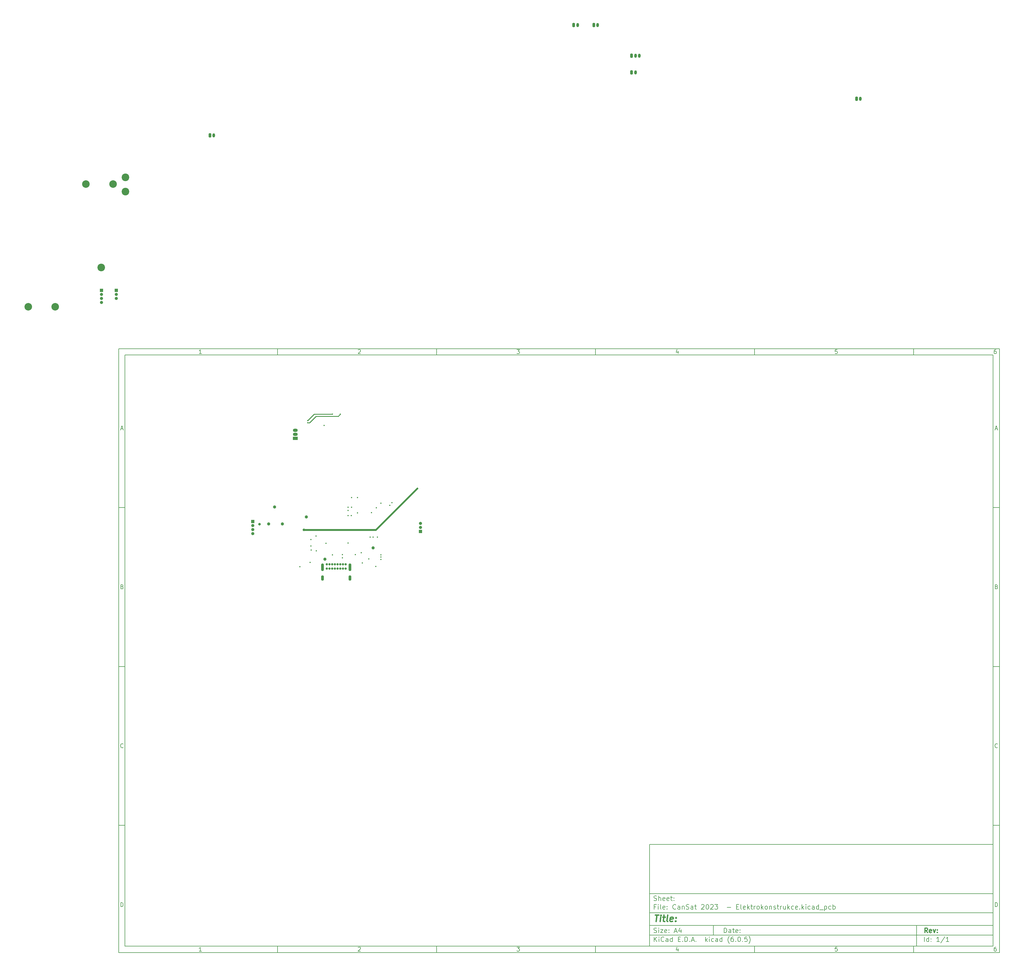
<source format=gbr>
%TF.GenerationSoftware,KiCad,Pcbnew,(6.0.5)*%
%TF.CreationDate,2022-11-07T11:26:13+01:00*%
%TF.ProjectId,CanSat 2023  - Elektrokonstrukce,43616e53-6174-4203-9230-323320202d20,rev?*%
%TF.SameCoordinates,Original*%
%TF.FileFunction,Copper,L2,Inr*%
%TF.FilePolarity,Positive*%
%FSLAX46Y46*%
G04 Gerber Fmt 4.6, Leading zero omitted, Abs format (unit mm)*
G04 Created by KiCad (PCBNEW (6.0.5)) date 2022-11-07 11:26:13*
%MOMM*%
%LPD*%
G01*
G04 APERTURE LIST*
G04 Aperture macros list*
%AMRoundRect*
0 Rectangle with rounded corners*
0 $1 Rounding radius*
0 $2 $3 $4 $5 $6 $7 $8 $9 X,Y pos of 4 corners*
0 Add a 4 corners polygon primitive as box body*
4,1,4,$2,$3,$4,$5,$6,$7,$8,$9,$2,$3,0*
0 Add four circle primitives for the rounded corners*
1,1,$1+$1,$2,$3*
1,1,$1+$1,$4,$5*
1,1,$1+$1,$6,$7*
1,1,$1+$1,$8,$9*
0 Add four rect primitives between the rounded corners*
20,1,$1+$1,$2,$3,$4,$5,0*
20,1,$1+$1,$4,$5,$6,$7,0*
20,1,$1+$1,$6,$7,$8,$9,0*
20,1,$1+$1,$8,$9,$2,$3,0*%
G04 Aperture macros list end*
%ADD10C,0.100000*%
%ADD11C,0.150000*%
%ADD12C,0.300000*%
%ADD13C,0.400000*%
%TA.AperFunction,ComponentPad*%
%ADD14R,1.000000X1.000000*%
%TD*%
%TA.AperFunction,ComponentPad*%
%ADD15O,1.000000X1.000000*%
%TD*%
%TA.AperFunction,ComponentPad*%
%ADD16RoundRect,0.200000X-0.200000X-0.450000X0.200000X-0.450000X0.200000X0.450000X-0.200000X0.450000X0*%
%TD*%
%TA.AperFunction,ComponentPad*%
%ADD17O,0.800000X1.300000*%
%TD*%
%TA.AperFunction,ComponentPad*%
%ADD18R,1.500000X1.050000*%
%TD*%
%TA.AperFunction,ComponentPad*%
%ADD19O,1.500000X1.050000*%
%TD*%
%TA.AperFunction,ComponentPad*%
%ADD20C,2.400000*%
%TD*%
%TA.AperFunction,ComponentPad*%
%ADD21C,2.380000*%
%TD*%
%TA.AperFunction,ComponentPad*%
%ADD22C,0.700000*%
%TD*%
%TA.AperFunction,ComponentPad*%
%ADD23O,0.900000X2.400000*%
%TD*%
%TA.AperFunction,ComponentPad*%
%ADD24O,0.900000X1.700000*%
%TD*%
%TA.AperFunction,ViaPad*%
%ADD25C,0.400000*%
%TD*%
%TA.AperFunction,ViaPad*%
%ADD26C,1.000000*%
%TD*%
%TA.AperFunction,ViaPad*%
%ADD27C,0.800000*%
%TD*%
%TA.AperFunction,Conductor*%
%ADD28C,0.600000*%
%TD*%
%TA.AperFunction,Conductor*%
%ADD29C,0.250000*%
%TD*%
G04 APERTURE END LIST*
D10*
D11*
X177002200Y-166007200D02*
X177002200Y-198007200D01*
X285002200Y-198007200D01*
X285002200Y-166007200D01*
X177002200Y-166007200D01*
D10*
D11*
X10000000Y-10000000D02*
X10000000Y-200007200D01*
X287002200Y-200007200D01*
X287002200Y-10000000D01*
X10000000Y-10000000D01*
D10*
D11*
X12000000Y-12000000D02*
X12000000Y-198007200D01*
X285002200Y-198007200D01*
X285002200Y-12000000D01*
X12000000Y-12000000D01*
D10*
D11*
X60000000Y-12000000D02*
X60000000Y-10000000D01*
D10*
D11*
X110000000Y-12000000D02*
X110000000Y-10000000D01*
D10*
D11*
X160000000Y-12000000D02*
X160000000Y-10000000D01*
D10*
D11*
X210000000Y-12000000D02*
X210000000Y-10000000D01*
D10*
D11*
X260000000Y-12000000D02*
X260000000Y-10000000D01*
D10*
D11*
X36065476Y-11588095D02*
X35322619Y-11588095D01*
X35694047Y-11588095D02*
X35694047Y-10288095D01*
X35570238Y-10473809D01*
X35446428Y-10597619D01*
X35322619Y-10659523D01*
D10*
D11*
X85322619Y-10411904D02*
X85384523Y-10350000D01*
X85508333Y-10288095D01*
X85817857Y-10288095D01*
X85941666Y-10350000D01*
X86003571Y-10411904D01*
X86065476Y-10535714D01*
X86065476Y-10659523D01*
X86003571Y-10845238D01*
X85260714Y-11588095D01*
X86065476Y-11588095D01*
D10*
D11*
X135260714Y-10288095D02*
X136065476Y-10288095D01*
X135632142Y-10783333D01*
X135817857Y-10783333D01*
X135941666Y-10845238D01*
X136003571Y-10907142D01*
X136065476Y-11030952D01*
X136065476Y-11340476D01*
X136003571Y-11464285D01*
X135941666Y-11526190D01*
X135817857Y-11588095D01*
X135446428Y-11588095D01*
X135322619Y-11526190D01*
X135260714Y-11464285D01*
D10*
D11*
X185941666Y-10721428D02*
X185941666Y-11588095D01*
X185632142Y-10226190D02*
X185322619Y-11154761D01*
X186127380Y-11154761D01*
D10*
D11*
X236003571Y-10288095D02*
X235384523Y-10288095D01*
X235322619Y-10907142D01*
X235384523Y-10845238D01*
X235508333Y-10783333D01*
X235817857Y-10783333D01*
X235941666Y-10845238D01*
X236003571Y-10907142D01*
X236065476Y-11030952D01*
X236065476Y-11340476D01*
X236003571Y-11464285D01*
X235941666Y-11526190D01*
X235817857Y-11588095D01*
X235508333Y-11588095D01*
X235384523Y-11526190D01*
X235322619Y-11464285D01*
D10*
D11*
X285941666Y-10288095D02*
X285694047Y-10288095D01*
X285570238Y-10350000D01*
X285508333Y-10411904D01*
X285384523Y-10597619D01*
X285322619Y-10845238D01*
X285322619Y-11340476D01*
X285384523Y-11464285D01*
X285446428Y-11526190D01*
X285570238Y-11588095D01*
X285817857Y-11588095D01*
X285941666Y-11526190D01*
X286003571Y-11464285D01*
X286065476Y-11340476D01*
X286065476Y-11030952D01*
X286003571Y-10907142D01*
X285941666Y-10845238D01*
X285817857Y-10783333D01*
X285570238Y-10783333D01*
X285446428Y-10845238D01*
X285384523Y-10907142D01*
X285322619Y-11030952D01*
D10*
D11*
X60000000Y-198007200D02*
X60000000Y-200007200D01*
D10*
D11*
X110000000Y-198007200D02*
X110000000Y-200007200D01*
D10*
D11*
X160000000Y-198007200D02*
X160000000Y-200007200D01*
D10*
D11*
X210000000Y-198007200D02*
X210000000Y-200007200D01*
D10*
D11*
X260000000Y-198007200D02*
X260000000Y-200007200D01*
D10*
D11*
X36065476Y-199595295D02*
X35322619Y-199595295D01*
X35694047Y-199595295D02*
X35694047Y-198295295D01*
X35570238Y-198481009D01*
X35446428Y-198604819D01*
X35322619Y-198666723D01*
D10*
D11*
X85322619Y-198419104D02*
X85384523Y-198357200D01*
X85508333Y-198295295D01*
X85817857Y-198295295D01*
X85941666Y-198357200D01*
X86003571Y-198419104D01*
X86065476Y-198542914D01*
X86065476Y-198666723D01*
X86003571Y-198852438D01*
X85260714Y-199595295D01*
X86065476Y-199595295D01*
D10*
D11*
X135260714Y-198295295D02*
X136065476Y-198295295D01*
X135632142Y-198790533D01*
X135817857Y-198790533D01*
X135941666Y-198852438D01*
X136003571Y-198914342D01*
X136065476Y-199038152D01*
X136065476Y-199347676D01*
X136003571Y-199471485D01*
X135941666Y-199533390D01*
X135817857Y-199595295D01*
X135446428Y-199595295D01*
X135322619Y-199533390D01*
X135260714Y-199471485D01*
D10*
D11*
X185941666Y-198728628D02*
X185941666Y-199595295D01*
X185632142Y-198233390D02*
X185322619Y-199161961D01*
X186127380Y-199161961D01*
D10*
D11*
X236003571Y-198295295D02*
X235384523Y-198295295D01*
X235322619Y-198914342D01*
X235384523Y-198852438D01*
X235508333Y-198790533D01*
X235817857Y-198790533D01*
X235941666Y-198852438D01*
X236003571Y-198914342D01*
X236065476Y-199038152D01*
X236065476Y-199347676D01*
X236003571Y-199471485D01*
X235941666Y-199533390D01*
X235817857Y-199595295D01*
X235508333Y-199595295D01*
X235384523Y-199533390D01*
X235322619Y-199471485D01*
D10*
D11*
X285941666Y-198295295D02*
X285694047Y-198295295D01*
X285570238Y-198357200D01*
X285508333Y-198419104D01*
X285384523Y-198604819D01*
X285322619Y-198852438D01*
X285322619Y-199347676D01*
X285384523Y-199471485D01*
X285446428Y-199533390D01*
X285570238Y-199595295D01*
X285817857Y-199595295D01*
X285941666Y-199533390D01*
X286003571Y-199471485D01*
X286065476Y-199347676D01*
X286065476Y-199038152D01*
X286003571Y-198914342D01*
X285941666Y-198852438D01*
X285817857Y-198790533D01*
X285570238Y-198790533D01*
X285446428Y-198852438D01*
X285384523Y-198914342D01*
X285322619Y-199038152D01*
D10*
D11*
X10000000Y-60000000D02*
X12000000Y-60000000D01*
D10*
D11*
X10000000Y-110000000D02*
X12000000Y-110000000D01*
D10*
D11*
X10000000Y-160000000D02*
X12000000Y-160000000D01*
D10*
D11*
X10690476Y-35216666D02*
X11309523Y-35216666D01*
X10566666Y-35588095D02*
X11000000Y-34288095D01*
X11433333Y-35588095D01*
D10*
D11*
X11092857Y-84907142D02*
X11278571Y-84969047D01*
X11340476Y-85030952D01*
X11402380Y-85154761D01*
X11402380Y-85340476D01*
X11340476Y-85464285D01*
X11278571Y-85526190D01*
X11154761Y-85588095D01*
X10659523Y-85588095D01*
X10659523Y-84288095D01*
X11092857Y-84288095D01*
X11216666Y-84350000D01*
X11278571Y-84411904D01*
X11340476Y-84535714D01*
X11340476Y-84659523D01*
X11278571Y-84783333D01*
X11216666Y-84845238D01*
X11092857Y-84907142D01*
X10659523Y-84907142D01*
D10*
D11*
X11402380Y-135464285D02*
X11340476Y-135526190D01*
X11154761Y-135588095D01*
X11030952Y-135588095D01*
X10845238Y-135526190D01*
X10721428Y-135402380D01*
X10659523Y-135278571D01*
X10597619Y-135030952D01*
X10597619Y-134845238D01*
X10659523Y-134597619D01*
X10721428Y-134473809D01*
X10845238Y-134350000D01*
X11030952Y-134288095D01*
X11154761Y-134288095D01*
X11340476Y-134350000D01*
X11402380Y-134411904D01*
D10*
D11*
X10659523Y-185588095D02*
X10659523Y-184288095D01*
X10969047Y-184288095D01*
X11154761Y-184350000D01*
X11278571Y-184473809D01*
X11340476Y-184597619D01*
X11402380Y-184845238D01*
X11402380Y-185030952D01*
X11340476Y-185278571D01*
X11278571Y-185402380D01*
X11154761Y-185526190D01*
X10969047Y-185588095D01*
X10659523Y-185588095D01*
D10*
D11*
X287002200Y-60000000D02*
X285002200Y-60000000D01*
D10*
D11*
X287002200Y-110000000D02*
X285002200Y-110000000D01*
D10*
D11*
X287002200Y-160000000D02*
X285002200Y-160000000D01*
D10*
D11*
X285692676Y-35216666D02*
X286311723Y-35216666D01*
X285568866Y-35588095D02*
X286002200Y-34288095D01*
X286435533Y-35588095D01*
D10*
D11*
X286095057Y-84907142D02*
X286280771Y-84969047D01*
X286342676Y-85030952D01*
X286404580Y-85154761D01*
X286404580Y-85340476D01*
X286342676Y-85464285D01*
X286280771Y-85526190D01*
X286156961Y-85588095D01*
X285661723Y-85588095D01*
X285661723Y-84288095D01*
X286095057Y-84288095D01*
X286218866Y-84350000D01*
X286280771Y-84411904D01*
X286342676Y-84535714D01*
X286342676Y-84659523D01*
X286280771Y-84783333D01*
X286218866Y-84845238D01*
X286095057Y-84907142D01*
X285661723Y-84907142D01*
D10*
D11*
X286404580Y-135464285D02*
X286342676Y-135526190D01*
X286156961Y-135588095D01*
X286033152Y-135588095D01*
X285847438Y-135526190D01*
X285723628Y-135402380D01*
X285661723Y-135278571D01*
X285599819Y-135030952D01*
X285599819Y-134845238D01*
X285661723Y-134597619D01*
X285723628Y-134473809D01*
X285847438Y-134350000D01*
X286033152Y-134288095D01*
X286156961Y-134288095D01*
X286342676Y-134350000D01*
X286404580Y-134411904D01*
D10*
D11*
X285661723Y-185588095D02*
X285661723Y-184288095D01*
X285971247Y-184288095D01*
X286156961Y-184350000D01*
X286280771Y-184473809D01*
X286342676Y-184597619D01*
X286404580Y-184845238D01*
X286404580Y-185030952D01*
X286342676Y-185278571D01*
X286280771Y-185402380D01*
X286156961Y-185526190D01*
X285971247Y-185588095D01*
X285661723Y-185588095D01*
D10*
D11*
X200434342Y-193785771D02*
X200434342Y-192285771D01*
X200791485Y-192285771D01*
X201005771Y-192357200D01*
X201148628Y-192500057D01*
X201220057Y-192642914D01*
X201291485Y-192928628D01*
X201291485Y-193142914D01*
X201220057Y-193428628D01*
X201148628Y-193571485D01*
X201005771Y-193714342D01*
X200791485Y-193785771D01*
X200434342Y-193785771D01*
X202577200Y-193785771D02*
X202577200Y-193000057D01*
X202505771Y-192857200D01*
X202362914Y-192785771D01*
X202077200Y-192785771D01*
X201934342Y-192857200D01*
X202577200Y-193714342D02*
X202434342Y-193785771D01*
X202077200Y-193785771D01*
X201934342Y-193714342D01*
X201862914Y-193571485D01*
X201862914Y-193428628D01*
X201934342Y-193285771D01*
X202077200Y-193214342D01*
X202434342Y-193214342D01*
X202577200Y-193142914D01*
X203077200Y-192785771D02*
X203648628Y-192785771D01*
X203291485Y-192285771D02*
X203291485Y-193571485D01*
X203362914Y-193714342D01*
X203505771Y-193785771D01*
X203648628Y-193785771D01*
X204720057Y-193714342D02*
X204577200Y-193785771D01*
X204291485Y-193785771D01*
X204148628Y-193714342D01*
X204077200Y-193571485D01*
X204077200Y-193000057D01*
X204148628Y-192857200D01*
X204291485Y-192785771D01*
X204577200Y-192785771D01*
X204720057Y-192857200D01*
X204791485Y-193000057D01*
X204791485Y-193142914D01*
X204077200Y-193285771D01*
X205434342Y-193642914D02*
X205505771Y-193714342D01*
X205434342Y-193785771D01*
X205362914Y-193714342D01*
X205434342Y-193642914D01*
X205434342Y-193785771D01*
X205434342Y-192857200D02*
X205505771Y-192928628D01*
X205434342Y-193000057D01*
X205362914Y-192928628D01*
X205434342Y-192857200D01*
X205434342Y-193000057D01*
D10*
D11*
X177002200Y-194507200D02*
X285002200Y-194507200D01*
D10*
D11*
X178434342Y-196585771D02*
X178434342Y-195085771D01*
X179291485Y-196585771D02*
X178648628Y-195728628D01*
X179291485Y-195085771D02*
X178434342Y-195942914D01*
X179934342Y-196585771D02*
X179934342Y-195585771D01*
X179934342Y-195085771D02*
X179862914Y-195157200D01*
X179934342Y-195228628D01*
X180005771Y-195157200D01*
X179934342Y-195085771D01*
X179934342Y-195228628D01*
X181505771Y-196442914D02*
X181434342Y-196514342D01*
X181220057Y-196585771D01*
X181077200Y-196585771D01*
X180862914Y-196514342D01*
X180720057Y-196371485D01*
X180648628Y-196228628D01*
X180577200Y-195942914D01*
X180577200Y-195728628D01*
X180648628Y-195442914D01*
X180720057Y-195300057D01*
X180862914Y-195157200D01*
X181077200Y-195085771D01*
X181220057Y-195085771D01*
X181434342Y-195157200D01*
X181505771Y-195228628D01*
X182791485Y-196585771D02*
X182791485Y-195800057D01*
X182720057Y-195657200D01*
X182577200Y-195585771D01*
X182291485Y-195585771D01*
X182148628Y-195657200D01*
X182791485Y-196514342D02*
X182648628Y-196585771D01*
X182291485Y-196585771D01*
X182148628Y-196514342D01*
X182077200Y-196371485D01*
X182077200Y-196228628D01*
X182148628Y-196085771D01*
X182291485Y-196014342D01*
X182648628Y-196014342D01*
X182791485Y-195942914D01*
X184148628Y-196585771D02*
X184148628Y-195085771D01*
X184148628Y-196514342D02*
X184005771Y-196585771D01*
X183720057Y-196585771D01*
X183577200Y-196514342D01*
X183505771Y-196442914D01*
X183434342Y-196300057D01*
X183434342Y-195871485D01*
X183505771Y-195728628D01*
X183577200Y-195657200D01*
X183720057Y-195585771D01*
X184005771Y-195585771D01*
X184148628Y-195657200D01*
X186005771Y-195800057D02*
X186505771Y-195800057D01*
X186720057Y-196585771D02*
X186005771Y-196585771D01*
X186005771Y-195085771D01*
X186720057Y-195085771D01*
X187362914Y-196442914D02*
X187434342Y-196514342D01*
X187362914Y-196585771D01*
X187291485Y-196514342D01*
X187362914Y-196442914D01*
X187362914Y-196585771D01*
X188077200Y-196585771D02*
X188077200Y-195085771D01*
X188434342Y-195085771D01*
X188648628Y-195157200D01*
X188791485Y-195300057D01*
X188862914Y-195442914D01*
X188934342Y-195728628D01*
X188934342Y-195942914D01*
X188862914Y-196228628D01*
X188791485Y-196371485D01*
X188648628Y-196514342D01*
X188434342Y-196585771D01*
X188077200Y-196585771D01*
X189577200Y-196442914D02*
X189648628Y-196514342D01*
X189577200Y-196585771D01*
X189505771Y-196514342D01*
X189577200Y-196442914D01*
X189577200Y-196585771D01*
X190220057Y-196157200D02*
X190934342Y-196157200D01*
X190077200Y-196585771D02*
X190577200Y-195085771D01*
X191077200Y-196585771D01*
X191577200Y-196442914D02*
X191648628Y-196514342D01*
X191577200Y-196585771D01*
X191505771Y-196514342D01*
X191577200Y-196442914D01*
X191577200Y-196585771D01*
X194577200Y-196585771D02*
X194577200Y-195085771D01*
X194720057Y-196014342D02*
X195148628Y-196585771D01*
X195148628Y-195585771D02*
X194577200Y-196157200D01*
X195791485Y-196585771D02*
X195791485Y-195585771D01*
X195791485Y-195085771D02*
X195720057Y-195157200D01*
X195791485Y-195228628D01*
X195862914Y-195157200D01*
X195791485Y-195085771D01*
X195791485Y-195228628D01*
X197148628Y-196514342D02*
X197005771Y-196585771D01*
X196720057Y-196585771D01*
X196577200Y-196514342D01*
X196505771Y-196442914D01*
X196434342Y-196300057D01*
X196434342Y-195871485D01*
X196505771Y-195728628D01*
X196577200Y-195657200D01*
X196720057Y-195585771D01*
X197005771Y-195585771D01*
X197148628Y-195657200D01*
X198434342Y-196585771D02*
X198434342Y-195800057D01*
X198362914Y-195657200D01*
X198220057Y-195585771D01*
X197934342Y-195585771D01*
X197791485Y-195657200D01*
X198434342Y-196514342D02*
X198291485Y-196585771D01*
X197934342Y-196585771D01*
X197791485Y-196514342D01*
X197720057Y-196371485D01*
X197720057Y-196228628D01*
X197791485Y-196085771D01*
X197934342Y-196014342D01*
X198291485Y-196014342D01*
X198434342Y-195942914D01*
X199791485Y-196585771D02*
X199791485Y-195085771D01*
X199791485Y-196514342D02*
X199648628Y-196585771D01*
X199362914Y-196585771D01*
X199220057Y-196514342D01*
X199148628Y-196442914D01*
X199077200Y-196300057D01*
X199077200Y-195871485D01*
X199148628Y-195728628D01*
X199220057Y-195657200D01*
X199362914Y-195585771D01*
X199648628Y-195585771D01*
X199791485Y-195657200D01*
X202077200Y-197157200D02*
X202005771Y-197085771D01*
X201862914Y-196871485D01*
X201791485Y-196728628D01*
X201720057Y-196514342D01*
X201648628Y-196157200D01*
X201648628Y-195871485D01*
X201720057Y-195514342D01*
X201791485Y-195300057D01*
X201862914Y-195157200D01*
X202005771Y-194942914D01*
X202077200Y-194871485D01*
X203291485Y-195085771D02*
X203005771Y-195085771D01*
X202862914Y-195157200D01*
X202791485Y-195228628D01*
X202648628Y-195442914D01*
X202577200Y-195728628D01*
X202577200Y-196300057D01*
X202648628Y-196442914D01*
X202720057Y-196514342D01*
X202862914Y-196585771D01*
X203148628Y-196585771D01*
X203291485Y-196514342D01*
X203362914Y-196442914D01*
X203434342Y-196300057D01*
X203434342Y-195942914D01*
X203362914Y-195800057D01*
X203291485Y-195728628D01*
X203148628Y-195657200D01*
X202862914Y-195657200D01*
X202720057Y-195728628D01*
X202648628Y-195800057D01*
X202577200Y-195942914D01*
X204077200Y-196442914D02*
X204148628Y-196514342D01*
X204077200Y-196585771D01*
X204005771Y-196514342D01*
X204077200Y-196442914D01*
X204077200Y-196585771D01*
X205077200Y-195085771D02*
X205220057Y-195085771D01*
X205362914Y-195157200D01*
X205434342Y-195228628D01*
X205505771Y-195371485D01*
X205577200Y-195657200D01*
X205577200Y-196014342D01*
X205505771Y-196300057D01*
X205434342Y-196442914D01*
X205362914Y-196514342D01*
X205220057Y-196585771D01*
X205077200Y-196585771D01*
X204934342Y-196514342D01*
X204862914Y-196442914D01*
X204791485Y-196300057D01*
X204720057Y-196014342D01*
X204720057Y-195657200D01*
X204791485Y-195371485D01*
X204862914Y-195228628D01*
X204934342Y-195157200D01*
X205077200Y-195085771D01*
X206220057Y-196442914D02*
X206291485Y-196514342D01*
X206220057Y-196585771D01*
X206148628Y-196514342D01*
X206220057Y-196442914D01*
X206220057Y-196585771D01*
X207648628Y-195085771D02*
X206934342Y-195085771D01*
X206862914Y-195800057D01*
X206934342Y-195728628D01*
X207077200Y-195657200D01*
X207434342Y-195657200D01*
X207577200Y-195728628D01*
X207648628Y-195800057D01*
X207720057Y-195942914D01*
X207720057Y-196300057D01*
X207648628Y-196442914D01*
X207577200Y-196514342D01*
X207434342Y-196585771D01*
X207077200Y-196585771D01*
X206934342Y-196514342D01*
X206862914Y-196442914D01*
X208220057Y-197157200D02*
X208291485Y-197085771D01*
X208434342Y-196871485D01*
X208505771Y-196728628D01*
X208577200Y-196514342D01*
X208648628Y-196157200D01*
X208648628Y-195871485D01*
X208577200Y-195514342D01*
X208505771Y-195300057D01*
X208434342Y-195157200D01*
X208291485Y-194942914D01*
X208220057Y-194871485D01*
D10*
D11*
X177002200Y-191507200D02*
X285002200Y-191507200D01*
D10*
D12*
X264411485Y-193785771D02*
X263911485Y-193071485D01*
X263554342Y-193785771D02*
X263554342Y-192285771D01*
X264125771Y-192285771D01*
X264268628Y-192357200D01*
X264340057Y-192428628D01*
X264411485Y-192571485D01*
X264411485Y-192785771D01*
X264340057Y-192928628D01*
X264268628Y-193000057D01*
X264125771Y-193071485D01*
X263554342Y-193071485D01*
X265625771Y-193714342D02*
X265482914Y-193785771D01*
X265197200Y-193785771D01*
X265054342Y-193714342D01*
X264982914Y-193571485D01*
X264982914Y-193000057D01*
X265054342Y-192857200D01*
X265197200Y-192785771D01*
X265482914Y-192785771D01*
X265625771Y-192857200D01*
X265697200Y-193000057D01*
X265697200Y-193142914D01*
X264982914Y-193285771D01*
X266197200Y-192785771D02*
X266554342Y-193785771D01*
X266911485Y-192785771D01*
X267482914Y-193642914D02*
X267554342Y-193714342D01*
X267482914Y-193785771D01*
X267411485Y-193714342D01*
X267482914Y-193642914D01*
X267482914Y-193785771D01*
X267482914Y-192857200D02*
X267554342Y-192928628D01*
X267482914Y-193000057D01*
X267411485Y-192928628D01*
X267482914Y-192857200D01*
X267482914Y-193000057D01*
D10*
D11*
X178362914Y-193714342D02*
X178577200Y-193785771D01*
X178934342Y-193785771D01*
X179077200Y-193714342D01*
X179148628Y-193642914D01*
X179220057Y-193500057D01*
X179220057Y-193357200D01*
X179148628Y-193214342D01*
X179077200Y-193142914D01*
X178934342Y-193071485D01*
X178648628Y-193000057D01*
X178505771Y-192928628D01*
X178434342Y-192857200D01*
X178362914Y-192714342D01*
X178362914Y-192571485D01*
X178434342Y-192428628D01*
X178505771Y-192357200D01*
X178648628Y-192285771D01*
X179005771Y-192285771D01*
X179220057Y-192357200D01*
X179862914Y-193785771D02*
X179862914Y-192785771D01*
X179862914Y-192285771D02*
X179791485Y-192357200D01*
X179862914Y-192428628D01*
X179934342Y-192357200D01*
X179862914Y-192285771D01*
X179862914Y-192428628D01*
X180434342Y-192785771D02*
X181220057Y-192785771D01*
X180434342Y-193785771D01*
X181220057Y-193785771D01*
X182362914Y-193714342D02*
X182220057Y-193785771D01*
X181934342Y-193785771D01*
X181791485Y-193714342D01*
X181720057Y-193571485D01*
X181720057Y-193000057D01*
X181791485Y-192857200D01*
X181934342Y-192785771D01*
X182220057Y-192785771D01*
X182362914Y-192857200D01*
X182434342Y-193000057D01*
X182434342Y-193142914D01*
X181720057Y-193285771D01*
X183077200Y-193642914D02*
X183148628Y-193714342D01*
X183077200Y-193785771D01*
X183005771Y-193714342D01*
X183077200Y-193642914D01*
X183077200Y-193785771D01*
X183077200Y-192857200D02*
X183148628Y-192928628D01*
X183077200Y-193000057D01*
X183005771Y-192928628D01*
X183077200Y-192857200D01*
X183077200Y-193000057D01*
X184862914Y-193357200D02*
X185577200Y-193357200D01*
X184720057Y-193785771D02*
X185220057Y-192285771D01*
X185720057Y-193785771D01*
X186862914Y-192785771D02*
X186862914Y-193785771D01*
X186505771Y-192214342D02*
X186148628Y-193285771D01*
X187077200Y-193285771D01*
D10*
D11*
X263434342Y-196585771D02*
X263434342Y-195085771D01*
X264791485Y-196585771D02*
X264791485Y-195085771D01*
X264791485Y-196514342D02*
X264648628Y-196585771D01*
X264362914Y-196585771D01*
X264220057Y-196514342D01*
X264148628Y-196442914D01*
X264077200Y-196300057D01*
X264077200Y-195871485D01*
X264148628Y-195728628D01*
X264220057Y-195657200D01*
X264362914Y-195585771D01*
X264648628Y-195585771D01*
X264791485Y-195657200D01*
X265505771Y-196442914D02*
X265577200Y-196514342D01*
X265505771Y-196585771D01*
X265434342Y-196514342D01*
X265505771Y-196442914D01*
X265505771Y-196585771D01*
X265505771Y-195657200D02*
X265577200Y-195728628D01*
X265505771Y-195800057D01*
X265434342Y-195728628D01*
X265505771Y-195657200D01*
X265505771Y-195800057D01*
X268148628Y-196585771D02*
X267291485Y-196585771D01*
X267720057Y-196585771D02*
X267720057Y-195085771D01*
X267577200Y-195300057D01*
X267434342Y-195442914D01*
X267291485Y-195514342D01*
X269862914Y-195014342D02*
X268577200Y-196942914D01*
X271148628Y-196585771D02*
X270291485Y-196585771D01*
X270720057Y-196585771D02*
X270720057Y-195085771D01*
X270577200Y-195300057D01*
X270434342Y-195442914D01*
X270291485Y-195514342D01*
D10*
D11*
X177002200Y-187507200D02*
X285002200Y-187507200D01*
D10*
D13*
X178714580Y-188211961D02*
X179857438Y-188211961D01*
X179036009Y-190211961D02*
X179286009Y-188211961D01*
X180274104Y-190211961D02*
X180440771Y-188878628D01*
X180524104Y-188211961D02*
X180416961Y-188307200D01*
X180500295Y-188402438D01*
X180607438Y-188307200D01*
X180524104Y-188211961D01*
X180500295Y-188402438D01*
X181107438Y-188878628D02*
X181869342Y-188878628D01*
X181476485Y-188211961D02*
X181262200Y-189926247D01*
X181333628Y-190116723D01*
X181512200Y-190211961D01*
X181702676Y-190211961D01*
X182655057Y-190211961D02*
X182476485Y-190116723D01*
X182405057Y-189926247D01*
X182619342Y-188211961D01*
X184190771Y-190116723D02*
X183988390Y-190211961D01*
X183607438Y-190211961D01*
X183428866Y-190116723D01*
X183357438Y-189926247D01*
X183452676Y-189164342D01*
X183571723Y-188973866D01*
X183774104Y-188878628D01*
X184155057Y-188878628D01*
X184333628Y-188973866D01*
X184405057Y-189164342D01*
X184381247Y-189354819D01*
X183405057Y-189545295D01*
X185155057Y-190021485D02*
X185238390Y-190116723D01*
X185131247Y-190211961D01*
X185047914Y-190116723D01*
X185155057Y-190021485D01*
X185131247Y-190211961D01*
X185286009Y-188973866D02*
X185369342Y-189069104D01*
X185262200Y-189164342D01*
X185178866Y-189069104D01*
X185286009Y-188973866D01*
X185262200Y-189164342D01*
D10*
D11*
X178934342Y-185600057D02*
X178434342Y-185600057D01*
X178434342Y-186385771D02*
X178434342Y-184885771D01*
X179148628Y-184885771D01*
X179720057Y-186385771D02*
X179720057Y-185385771D01*
X179720057Y-184885771D02*
X179648628Y-184957200D01*
X179720057Y-185028628D01*
X179791485Y-184957200D01*
X179720057Y-184885771D01*
X179720057Y-185028628D01*
X180648628Y-186385771D02*
X180505771Y-186314342D01*
X180434342Y-186171485D01*
X180434342Y-184885771D01*
X181791485Y-186314342D02*
X181648628Y-186385771D01*
X181362914Y-186385771D01*
X181220057Y-186314342D01*
X181148628Y-186171485D01*
X181148628Y-185600057D01*
X181220057Y-185457200D01*
X181362914Y-185385771D01*
X181648628Y-185385771D01*
X181791485Y-185457200D01*
X181862914Y-185600057D01*
X181862914Y-185742914D01*
X181148628Y-185885771D01*
X182505771Y-186242914D02*
X182577200Y-186314342D01*
X182505771Y-186385771D01*
X182434342Y-186314342D01*
X182505771Y-186242914D01*
X182505771Y-186385771D01*
X182505771Y-185457200D02*
X182577200Y-185528628D01*
X182505771Y-185600057D01*
X182434342Y-185528628D01*
X182505771Y-185457200D01*
X182505771Y-185600057D01*
X185220057Y-186242914D02*
X185148628Y-186314342D01*
X184934342Y-186385771D01*
X184791485Y-186385771D01*
X184577200Y-186314342D01*
X184434342Y-186171485D01*
X184362914Y-186028628D01*
X184291485Y-185742914D01*
X184291485Y-185528628D01*
X184362914Y-185242914D01*
X184434342Y-185100057D01*
X184577200Y-184957200D01*
X184791485Y-184885771D01*
X184934342Y-184885771D01*
X185148628Y-184957200D01*
X185220057Y-185028628D01*
X186505771Y-186385771D02*
X186505771Y-185600057D01*
X186434342Y-185457200D01*
X186291485Y-185385771D01*
X186005771Y-185385771D01*
X185862914Y-185457200D01*
X186505771Y-186314342D02*
X186362914Y-186385771D01*
X186005771Y-186385771D01*
X185862914Y-186314342D01*
X185791485Y-186171485D01*
X185791485Y-186028628D01*
X185862914Y-185885771D01*
X186005771Y-185814342D01*
X186362914Y-185814342D01*
X186505771Y-185742914D01*
X187220057Y-185385771D02*
X187220057Y-186385771D01*
X187220057Y-185528628D02*
X187291485Y-185457200D01*
X187434342Y-185385771D01*
X187648628Y-185385771D01*
X187791485Y-185457200D01*
X187862914Y-185600057D01*
X187862914Y-186385771D01*
X188505771Y-186314342D02*
X188720057Y-186385771D01*
X189077200Y-186385771D01*
X189220057Y-186314342D01*
X189291485Y-186242914D01*
X189362914Y-186100057D01*
X189362914Y-185957200D01*
X189291485Y-185814342D01*
X189220057Y-185742914D01*
X189077200Y-185671485D01*
X188791485Y-185600057D01*
X188648628Y-185528628D01*
X188577200Y-185457200D01*
X188505771Y-185314342D01*
X188505771Y-185171485D01*
X188577200Y-185028628D01*
X188648628Y-184957200D01*
X188791485Y-184885771D01*
X189148628Y-184885771D01*
X189362914Y-184957200D01*
X190648628Y-186385771D02*
X190648628Y-185600057D01*
X190577200Y-185457200D01*
X190434342Y-185385771D01*
X190148628Y-185385771D01*
X190005771Y-185457200D01*
X190648628Y-186314342D02*
X190505771Y-186385771D01*
X190148628Y-186385771D01*
X190005771Y-186314342D01*
X189934342Y-186171485D01*
X189934342Y-186028628D01*
X190005771Y-185885771D01*
X190148628Y-185814342D01*
X190505771Y-185814342D01*
X190648628Y-185742914D01*
X191148628Y-185385771D02*
X191720057Y-185385771D01*
X191362914Y-184885771D02*
X191362914Y-186171485D01*
X191434342Y-186314342D01*
X191577200Y-186385771D01*
X191720057Y-186385771D01*
X193291485Y-185028628D02*
X193362914Y-184957200D01*
X193505771Y-184885771D01*
X193862914Y-184885771D01*
X194005771Y-184957200D01*
X194077200Y-185028628D01*
X194148628Y-185171485D01*
X194148628Y-185314342D01*
X194077200Y-185528628D01*
X193220057Y-186385771D01*
X194148628Y-186385771D01*
X195077200Y-184885771D02*
X195220057Y-184885771D01*
X195362914Y-184957200D01*
X195434342Y-185028628D01*
X195505771Y-185171485D01*
X195577200Y-185457200D01*
X195577200Y-185814342D01*
X195505771Y-186100057D01*
X195434342Y-186242914D01*
X195362914Y-186314342D01*
X195220057Y-186385771D01*
X195077200Y-186385771D01*
X194934342Y-186314342D01*
X194862914Y-186242914D01*
X194791485Y-186100057D01*
X194720057Y-185814342D01*
X194720057Y-185457200D01*
X194791485Y-185171485D01*
X194862914Y-185028628D01*
X194934342Y-184957200D01*
X195077200Y-184885771D01*
X196148628Y-185028628D02*
X196220057Y-184957200D01*
X196362914Y-184885771D01*
X196720057Y-184885771D01*
X196862914Y-184957200D01*
X196934342Y-185028628D01*
X197005771Y-185171485D01*
X197005771Y-185314342D01*
X196934342Y-185528628D01*
X196077200Y-186385771D01*
X197005771Y-186385771D01*
X197505771Y-184885771D02*
X198434342Y-184885771D01*
X197934342Y-185457200D01*
X198148628Y-185457200D01*
X198291485Y-185528628D01*
X198362914Y-185600057D01*
X198434342Y-185742914D01*
X198434342Y-186100057D01*
X198362914Y-186242914D01*
X198291485Y-186314342D01*
X198148628Y-186385771D01*
X197720057Y-186385771D01*
X197577200Y-186314342D01*
X197505771Y-186242914D01*
X201362914Y-185814342D02*
X202505771Y-185814342D01*
X204362914Y-185600057D02*
X204862914Y-185600057D01*
X205077200Y-186385771D02*
X204362914Y-186385771D01*
X204362914Y-184885771D01*
X205077200Y-184885771D01*
X205934342Y-186385771D02*
X205791485Y-186314342D01*
X205720057Y-186171485D01*
X205720057Y-184885771D01*
X207077200Y-186314342D02*
X206934342Y-186385771D01*
X206648628Y-186385771D01*
X206505771Y-186314342D01*
X206434342Y-186171485D01*
X206434342Y-185600057D01*
X206505771Y-185457200D01*
X206648628Y-185385771D01*
X206934342Y-185385771D01*
X207077200Y-185457200D01*
X207148628Y-185600057D01*
X207148628Y-185742914D01*
X206434342Y-185885771D01*
X207791485Y-186385771D02*
X207791485Y-184885771D01*
X207934342Y-185814342D02*
X208362914Y-186385771D01*
X208362914Y-185385771D02*
X207791485Y-185957200D01*
X208791485Y-185385771D02*
X209362914Y-185385771D01*
X209005771Y-184885771D02*
X209005771Y-186171485D01*
X209077200Y-186314342D01*
X209220057Y-186385771D01*
X209362914Y-186385771D01*
X209862914Y-186385771D02*
X209862914Y-185385771D01*
X209862914Y-185671485D02*
X209934342Y-185528628D01*
X210005771Y-185457200D01*
X210148628Y-185385771D01*
X210291485Y-185385771D01*
X211005771Y-186385771D02*
X210862914Y-186314342D01*
X210791485Y-186242914D01*
X210720057Y-186100057D01*
X210720057Y-185671485D01*
X210791485Y-185528628D01*
X210862914Y-185457200D01*
X211005771Y-185385771D01*
X211220057Y-185385771D01*
X211362914Y-185457200D01*
X211434342Y-185528628D01*
X211505771Y-185671485D01*
X211505771Y-186100057D01*
X211434342Y-186242914D01*
X211362914Y-186314342D01*
X211220057Y-186385771D01*
X211005771Y-186385771D01*
X212148628Y-186385771D02*
X212148628Y-184885771D01*
X212291485Y-185814342D02*
X212720057Y-186385771D01*
X212720057Y-185385771D02*
X212148628Y-185957200D01*
X213577200Y-186385771D02*
X213434342Y-186314342D01*
X213362914Y-186242914D01*
X213291485Y-186100057D01*
X213291485Y-185671485D01*
X213362914Y-185528628D01*
X213434342Y-185457200D01*
X213577200Y-185385771D01*
X213791485Y-185385771D01*
X213934342Y-185457200D01*
X214005771Y-185528628D01*
X214077200Y-185671485D01*
X214077200Y-186100057D01*
X214005771Y-186242914D01*
X213934342Y-186314342D01*
X213791485Y-186385771D01*
X213577200Y-186385771D01*
X214720057Y-185385771D02*
X214720057Y-186385771D01*
X214720057Y-185528628D02*
X214791485Y-185457200D01*
X214934342Y-185385771D01*
X215148628Y-185385771D01*
X215291485Y-185457200D01*
X215362914Y-185600057D01*
X215362914Y-186385771D01*
X216005771Y-186314342D02*
X216148628Y-186385771D01*
X216434342Y-186385771D01*
X216577200Y-186314342D01*
X216648628Y-186171485D01*
X216648628Y-186100057D01*
X216577200Y-185957200D01*
X216434342Y-185885771D01*
X216220057Y-185885771D01*
X216077200Y-185814342D01*
X216005771Y-185671485D01*
X216005771Y-185600057D01*
X216077200Y-185457200D01*
X216220057Y-185385771D01*
X216434342Y-185385771D01*
X216577200Y-185457200D01*
X217077200Y-185385771D02*
X217648628Y-185385771D01*
X217291485Y-184885771D02*
X217291485Y-186171485D01*
X217362914Y-186314342D01*
X217505771Y-186385771D01*
X217648628Y-186385771D01*
X218148628Y-186385771D02*
X218148628Y-185385771D01*
X218148628Y-185671485D02*
X218220057Y-185528628D01*
X218291485Y-185457200D01*
X218434342Y-185385771D01*
X218577200Y-185385771D01*
X219720057Y-185385771D02*
X219720057Y-186385771D01*
X219077200Y-185385771D02*
X219077200Y-186171485D01*
X219148628Y-186314342D01*
X219291485Y-186385771D01*
X219505771Y-186385771D01*
X219648628Y-186314342D01*
X219720057Y-186242914D01*
X220434342Y-186385771D02*
X220434342Y-184885771D01*
X220577200Y-185814342D02*
X221005771Y-186385771D01*
X221005771Y-185385771D02*
X220434342Y-185957200D01*
X222291485Y-186314342D02*
X222148628Y-186385771D01*
X221862914Y-186385771D01*
X221720057Y-186314342D01*
X221648628Y-186242914D01*
X221577200Y-186100057D01*
X221577200Y-185671485D01*
X221648628Y-185528628D01*
X221720057Y-185457200D01*
X221862914Y-185385771D01*
X222148628Y-185385771D01*
X222291485Y-185457200D01*
X223505771Y-186314342D02*
X223362914Y-186385771D01*
X223077200Y-186385771D01*
X222934342Y-186314342D01*
X222862914Y-186171485D01*
X222862914Y-185600057D01*
X222934342Y-185457200D01*
X223077200Y-185385771D01*
X223362914Y-185385771D01*
X223505771Y-185457200D01*
X223577200Y-185600057D01*
X223577200Y-185742914D01*
X222862914Y-185885771D01*
X224220057Y-186242914D02*
X224291485Y-186314342D01*
X224220057Y-186385771D01*
X224148628Y-186314342D01*
X224220057Y-186242914D01*
X224220057Y-186385771D01*
X224934342Y-186385771D02*
X224934342Y-184885771D01*
X225077200Y-185814342D02*
X225505771Y-186385771D01*
X225505771Y-185385771D02*
X224934342Y-185957200D01*
X226148628Y-186385771D02*
X226148628Y-185385771D01*
X226148628Y-184885771D02*
X226077200Y-184957200D01*
X226148628Y-185028628D01*
X226220057Y-184957200D01*
X226148628Y-184885771D01*
X226148628Y-185028628D01*
X227505771Y-186314342D02*
X227362914Y-186385771D01*
X227077200Y-186385771D01*
X226934342Y-186314342D01*
X226862914Y-186242914D01*
X226791485Y-186100057D01*
X226791485Y-185671485D01*
X226862914Y-185528628D01*
X226934342Y-185457200D01*
X227077200Y-185385771D01*
X227362914Y-185385771D01*
X227505771Y-185457200D01*
X228791485Y-186385771D02*
X228791485Y-185600057D01*
X228720057Y-185457200D01*
X228577200Y-185385771D01*
X228291485Y-185385771D01*
X228148628Y-185457200D01*
X228791485Y-186314342D02*
X228648628Y-186385771D01*
X228291485Y-186385771D01*
X228148628Y-186314342D01*
X228077200Y-186171485D01*
X228077200Y-186028628D01*
X228148628Y-185885771D01*
X228291485Y-185814342D01*
X228648628Y-185814342D01*
X228791485Y-185742914D01*
X230148628Y-186385771D02*
X230148628Y-184885771D01*
X230148628Y-186314342D02*
X230005771Y-186385771D01*
X229720057Y-186385771D01*
X229577200Y-186314342D01*
X229505771Y-186242914D01*
X229434342Y-186100057D01*
X229434342Y-185671485D01*
X229505771Y-185528628D01*
X229577200Y-185457200D01*
X229720057Y-185385771D01*
X230005771Y-185385771D01*
X230148628Y-185457200D01*
X230505771Y-186528628D02*
X231648628Y-186528628D01*
X232005771Y-185385771D02*
X232005771Y-186885771D01*
X232005771Y-185457200D02*
X232148628Y-185385771D01*
X232434342Y-185385771D01*
X232577200Y-185457200D01*
X232648628Y-185528628D01*
X232720057Y-185671485D01*
X232720057Y-186100057D01*
X232648628Y-186242914D01*
X232577200Y-186314342D01*
X232434342Y-186385771D01*
X232148628Y-186385771D01*
X232005771Y-186314342D01*
X234005771Y-186314342D02*
X233862914Y-186385771D01*
X233577200Y-186385771D01*
X233434342Y-186314342D01*
X233362914Y-186242914D01*
X233291485Y-186100057D01*
X233291485Y-185671485D01*
X233362914Y-185528628D01*
X233434342Y-185457200D01*
X233577200Y-185385771D01*
X233862914Y-185385771D01*
X234005771Y-185457200D01*
X234648628Y-186385771D02*
X234648628Y-184885771D01*
X234648628Y-185457200D02*
X234791485Y-185385771D01*
X235077200Y-185385771D01*
X235220057Y-185457200D01*
X235291485Y-185528628D01*
X235362914Y-185671485D01*
X235362914Y-186100057D01*
X235291485Y-186242914D01*
X235220057Y-186314342D01*
X235077200Y-186385771D01*
X234791485Y-186385771D01*
X234648628Y-186314342D01*
D10*
D11*
X177002200Y-181507200D02*
X285002200Y-181507200D01*
D10*
D11*
X178362914Y-183614342D02*
X178577200Y-183685771D01*
X178934342Y-183685771D01*
X179077200Y-183614342D01*
X179148628Y-183542914D01*
X179220057Y-183400057D01*
X179220057Y-183257200D01*
X179148628Y-183114342D01*
X179077200Y-183042914D01*
X178934342Y-182971485D01*
X178648628Y-182900057D01*
X178505771Y-182828628D01*
X178434342Y-182757200D01*
X178362914Y-182614342D01*
X178362914Y-182471485D01*
X178434342Y-182328628D01*
X178505771Y-182257200D01*
X178648628Y-182185771D01*
X179005771Y-182185771D01*
X179220057Y-182257200D01*
X179862914Y-183685771D02*
X179862914Y-182185771D01*
X180505771Y-183685771D02*
X180505771Y-182900057D01*
X180434342Y-182757200D01*
X180291485Y-182685771D01*
X180077200Y-182685771D01*
X179934342Y-182757200D01*
X179862914Y-182828628D01*
X181791485Y-183614342D02*
X181648628Y-183685771D01*
X181362914Y-183685771D01*
X181220057Y-183614342D01*
X181148628Y-183471485D01*
X181148628Y-182900057D01*
X181220057Y-182757200D01*
X181362914Y-182685771D01*
X181648628Y-182685771D01*
X181791485Y-182757200D01*
X181862914Y-182900057D01*
X181862914Y-183042914D01*
X181148628Y-183185771D01*
X183077200Y-183614342D02*
X182934342Y-183685771D01*
X182648628Y-183685771D01*
X182505771Y-183614342D01*
X182434342Y-183471485D01*
X182434342Y-182900057D01*
X182505771Y-182757200D01*
X182648628Y-182685771D01*
X182934342Y-182685771D01*
X183077200Y-182757200D01*
X183148628Y-182900057D01*
X183148628Y-183042914D01*
X182434342Y-183185771D01*
X183577200Y-182685771D02*
X184148628Y-182685771D01*
X183791485Y-182185771D02*
X183791485Y-183471485D01*
X183862914Y-183614342D01*
X184005771Y-183685771D01*
X184148628Y-183685771D01*
X184648628Y-183542914D02*
X184720057Y-183614342D01*
X184648628Y-183685771D01*
X184577200Y-183614342D01*
X184648628Y-183542914D01*
X184648628Y-183685771D01*
X184648628Y-182757200D02*
X184720057Y-182828628D01*
X184648628Y-182900057D01*
X184577200Y-182828628D01*
X184648628Y-182757200D01*
X184648628Y-182900057D01*
D10*
D12*
D10*
D11*
D10*
D11*
D10*
D11*
D10*
D11*
D10*
D11*
X197002200Y-191507200D02*
X197002200Y-194507200D01*
D10*
D11*
X261002200Y-191507200D02*
X261002200Y-198007200D01*
D14*
%TO.N,/Power Unit/VCC*%
%TO.C,J103*%
X4610000Y8315339D03*
D15*
%TO.N,/Power Unit/GND*%
X4610000Y7045339D03*
%TO.N,/Power Unit/VCC_5V*%
X4610000Y5775339D03*
%TO.N,/Power Unit/IS_USB*%
X4610000Y4505339D03*
%TD*%
D16*
%TO.N,/Power Unit/Camera transmit1/VIDEO*%
%TO.C,J702*%
X171285000Y82145000D03*
D17*
%TO.N,/Power Unit/GND*%
X172535000Y82145000D03*
%TO.N,/Power Unit/Camera1/V_IN*%
X173785000Y82145000D03*
%TD*%
D16*
%TO.N,Net-(J703-Pad1)*%
%TO.C,J703*%
X171285000Y76895000D03*
D17*
%TO.N,Net-(J703-Pad2)*%
X172535000Y76895000D03*
%TD*%
D18*
%TO.N,/Control Unit/GND*%
%TO.C,U1601*%
X65560000Y-38220000D03*
D19*
%TO.N,/Control Unit/BME280/DQ*%
X65560000Y-36950000D03*
%TO.N,/Control Unit/VCC*%
X65560000Y-35680000D03*
%TD*%
D16*
%TO.N,/Power Unit/Battery Pack1/NTC*%
%TO.C,TH602*%
X153115000Y91775000D03*
D17*
%TO.N,Net-(Q602-Pad3)*%
X154365000Y91775000D03*
%TD*%
D20*
%TO.N,Net-(J1801-Pad1)*%
%TO.C,J1801*%
X4510000Y15505339D03*
%TD*%
D21*
%TO.N,unconnected-(BT2101-Pad1)*%
%TO.C,BT2101*%
X-9935000Y3202500D03*
X-18465000Y3197500D03*
%TD*%
D16*
%TO.N,Net-(Q601-Pad3)*%
%TO.C,TH601*%
X159415000Y91775000D03*
D17*
%TO.N,/Power Unit/GND*%
X160665000Y91775000D03*
%TD*%
D14*
%TO.N,/Power Unit/CHREN*%
%TO.C,J104*%
X9210000Y8315339D03*
D15*
%TO.N,/Power Unit/CHR0*%
X9210000Y7045339D03*
%TO.N,/Power Unit/CHR1*%
X9210000Y5775339D03*
%TD*%
D22*
%TO.N,/Control Unit/GND*%
%TO.C,J301*%
X75475000Y-77825000D03*
%TO.N,/Control Unit/IS_USB*%
X76325000Y-77825000D03*
%TO.N,Net-(J301-PadA5)*%
X77175000Y-77825000D03*
%TO.N,/Control Unit/D+*%
X78025000Y-77825000D03*
%TO.N,/Control Unit/D-*%
X78875000Y-77825000D03*
%TO.N,unconnected-(J301-PadA8)*%
X79725000Y-77825000D03*
%TO.N,/Control Unit/IS_USB*%
X80575000Y-77825000D03*
%TO.N,/Control Unit/GND*%
X81425000Y-77825000D03*
X81425000Y-79175000D03*
%TO.N,/Control Unit/IS_USB*%
X80575000Y-79175000D03*
%TO.N,Net-(J301-PadB5)*%
X79725000Y-79175000D03*
%TO.N,/Control Unit/D+*%
X78875000Y-79175000D03*
%TO.N,/Control Unit/D-*%
X78025000Y-79175000D03*
%TO.N,unconnected-(J301-PadB8)*%
X77175000Y-79175000D03*
%TO.N,/Control Unit/IS_USB*%
X76325000Y-79175000D03*
%TO.N,/Control Unit/GND*%
X75475000Y-79175000D03*
D23*
X74125000Y-78805000D03*
X82775000Y-78805000D03*
D24*
X74125000Y-82185000D03*
X82775000Y-82185000D03*
%TD*%
D20*
%TO.N,Net-(J1701-Pad1)*%
%TO.C,J1701*%
X12130000Y43875339D03*
%TD*%
D16*
%TO.N,/Power Unit/Camera transmit1/VIDEO*%
%TO.C,J701*%
X242050000Y68640000D03*
D17*
%TO.N,/Power Unit/GND*%
X243300000Y68640000D03*
%TD*%
D16*
%TO.N,Net-(J704-Pad1)*%
%TO.C,J704*%
X38690000Y57125339D03*
D17*
%TO.N,Net-(J704-Pad2)*%
X39940000Y57125339D03*
%TD*%
D20*
%TO.N,Net-(J1702-Pad1)*%
%TO.C,J1702*%
X12130000Y39425339D03*
%TD*%
D21*
%TO.N,Net-(BT1701-Pad1)*%
%TO.C,BT1701*%
X8215000Y41802500D03*
X-315000Y41797500D03*
%TD*%
D14*
%TO.N,/Control Unit/CHREN*%
%TO.C,J102*%
X104897000Y-67564000D03*
D15*
%TO.N,/Control Unit/CHR1*%
X104897000Y-66294000D03*
%TO.N,/Control Unit/CHR0*%
X104897000Y-65024000D03*
%TD*%
D14*
%TO.N,/Control Unit/VCC*%
%TO.C,J101*%
X52197000Y-64394000D03*
D15*
%TO.N,/Control Unit/GND*%
X52197000Y-65664000D03*
%TO.N,/Control Unit/VBUS*%
X52197000Y-66934000D03*
%TO.N,/Control Unit/IS_USB_CHARGE*%
X52197000Y-68204000D03*
%TD*%
D25*
%TO.N,/Control Unit/VCC*%
X83262500Y-56900000D03*
%TO.N,/Control Unit/GND*%
X92512500Y-58600000D03*
D26*
X61475000Y-65175000D03*
D25*
X80387500Y-74840000D03*
D26*
X90037500Y-72700000D03*
D25*
X83262500Y-59900000D03*
D26*
X69000000Y-62975000D03*
D25*
X91000000Y-60100000D03*
X77250000Y-74850000D03*
D26*
X57150000Y-65175000D03*
X59000000Y-59825000D03*
D25*
X89512500Y-61600000D03*
X90850000Y-78510000D03*
%TO.N,/Control Unit/D+*%
X70500000Y-72075000D03*
%TO.N,/Control Unit/D-*%
X70500000Y-70050000D03*
D26*
%TO.N,/Control Unit/IS_USB*%
X74875000Y-76275000D03*
D25*
%TO.N,/Control Unit/VCC*%
X82140000Y-62500000D03*
X82150000Y-59900000D03*
X85100000Y-56900000D03*
X74640000Y-34150000D03*
X86287500Y-74200000D03*
D27*
%TO.N,Net-(J405-Pad3)*%
X68300000Y-67050000D03*
X54300000Y-65200000D03*
D25*
X103875000Y-54015000D03*
%TO.N,/Control Unit/VBUS_SENSE*%
X85100000Y-61700000D03*
X88700000Y-76150000D03*
X84437500Y-74840000D03*
%TO.N,/Control Unit/CHREN*%
X92500000Y-76300000D03*
%TO.N,/Control Unit/CHR1*%
X92500000Y-75600000D03*
%TO.N,/Control Unit/CHR0*%
X92500000Y-74900000D03*
%TO.N,/Control Unit/RXD*%
X95950000Y-58500000D03*
X90000000Y-69300000D03*
%TO.N,/Control Unit/TXD*%
X95300000Y-59300000D03*
X89100000Y-69300000D03*
%TO.N,Net-(J301-PadB5)*%
X80387500Y-75860000D03*
%TO.N,/Control Unit/ESP_RST*%
X75198750Y-71211250D03*
X70205000Y-77250000D03*
X82150000Y-60910000D03*
X72150000Y-73650000D03*
%TO.N,/Control Unit/IO0*%
X91400000Y-69300000D03*
X86637500Y-77450000D03*
X82175000Y-71200000D03*
%TO.N,/Control Unit/SDA*%
X77220000Y-30650000D03*
X69470000Y-32670000D03*
%TO.N,/Control Unit/SCL*%
X69470000Y-33310000D03*
X79700000Y-30650000D03*
%TO.N,/Control Unit/BAT-USB*%
X67000000Y-78600000D03*
%TO.N,/Control Unit/DO_DEBUG*%
X83160000Y-62500000D03*
X70580000Y-73400000D03*
%TO.N,/Control Unit/SW_LEDPAN*%
X72100000Y-69000000D03*
%TD*%
D28*
%TO.N,Net-(J405-Pad3)*%
X90840000Y-67050000D02*
X103875000Y-54015000D01*
X68300000Y-67050000D02*
X90840000Y-67050000D01*
D29*
%TO.N,/Control Unit/SDA*%
X71490000Y-30650000D02*
X69470000Y-32670000D01*
X77220000Y-30650000D02*
X71490000Y-30650000D01*
%TO.N,/Control Unit/SCL*%
X79090000Y-31260000D02*
X72060000Y-31260000D01*
X70010000Y-33310000D02*
X69470000Y-33310000D01*
X72060000Y-31260000D02*
X70010000Y-33310000D01*
X79700000Y-30650000D02*
X79090000Y-31260000D01*
%TD*%
M02*

</source>
